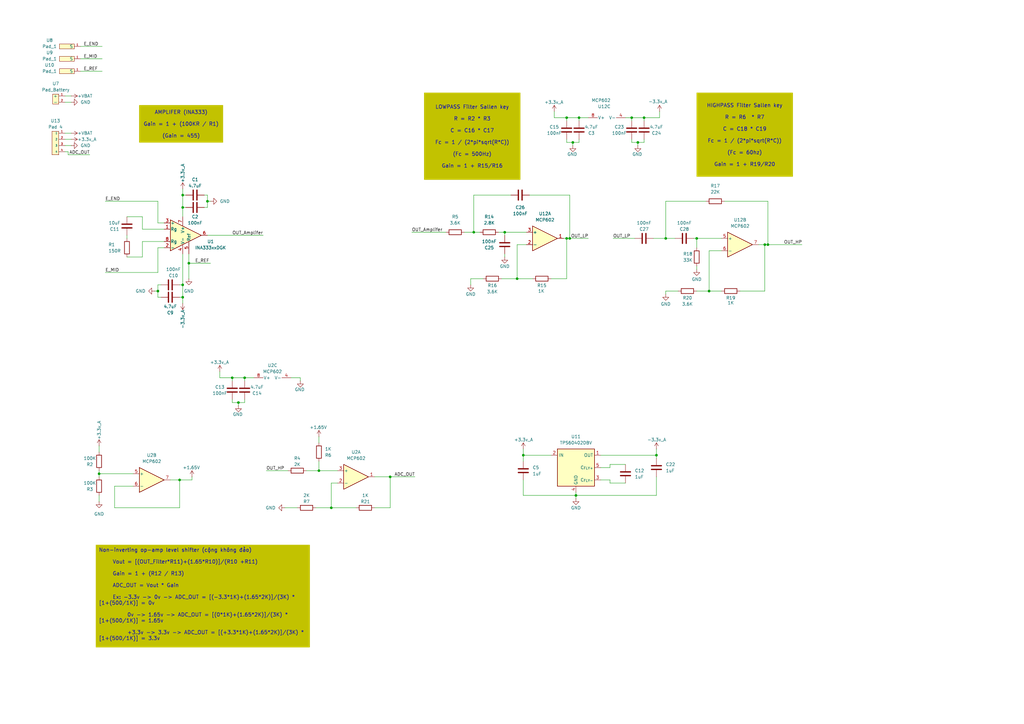
<source format=kicad_sch>
(kicad_sch (version 20250114) (generator "eeschema") (generator_version "9.0")
  (paper "A3")
  (lib_symbols
    (symbol "Amplifier_Instrumentation:INA333xxDGK" (pin_names (offset 0.127))
      (property "Reference" "U" (at 3.81 3.175 0))
      (property "Value" "INA333xxDGK" (at 3.81 -3.175 0))
      (symbol "INA333xxDGK_0_1"
        (polyline (pts (xy 7.62 0) (xy -5.08 6.35) (xy -5.08 -6.35) (xy 7.62 0)) (stroke (width 0.254)) (fill (type background)))
      )
      (symbol "INA333xxDGK_1_1"
        (pin input line (at -7.62 5.08 0) (length 2.54) (name "+") (number "3"))
        (pin passive line (at -7.62 2.54 0) (length 2.54) (name "Rg") (number "1"))
        (pin passive line (at -7.62 -2.54 0) (length 2.54) (name "Rg") (number "8"))
        (pin input line (at -7.62 -5.08 0) (length 2.54) (name "-") (number "2"))
        (pin power_in line (at 0 7.62 270) (length 3.81) (name "V+") (number "7"))
        (pin power_in line (at 0 -7.62 90) (length 3.81) (name "V-") (number "4"))
        (pin input line (at 2.54 -7.62 90) (length 5.08) (name "Ref") (number "5"))
        (pin output line (at 10.16 0 180) (length 2.54) (name "~") (number "6"))
      )
    )
    (symbol "Amplifier_Operational:MCP602" (pin_names (offset 0.127))
      (property "Reference" "U" (at 0 5.08 0))
      (property "Value" "MCP602" (at 0 -5.08 0))
      (symbol "MCP602_1_1"
        (polyline (pts (xy -5.08 5.08) (xy 5.08 0) (xy -5.08 -5.08) (xy -5.08 5.08)) (stroke (width 0.254)) (fill (type background)))
        (pin input line (at -7.62 2.54 0) (length 2.54) (name "+") (number "3"))
        (pin input line (at -7.62 -2.54 0) (length 2.54) (name "-") (number "2"))
        (pin output line (at 7.62 0 180) (length 2.54) (name "~") (number "1"))
      )
      (symbol "MCP602_2_1"
        (polyline (pts (xy -5.08 5.08) (xy 5.08 0) (xy -5.08 -5.08) (xy -5.08 5.08)) (stroke (width 0.254)) (fill (type background)))
        (pin input line (at -7.62 2.54 0) (length 2.54) (name "+") (number "5"))
        (pin input line (at -7.62 -2.54 0) (length 2.54) (name "-") (number "6"))
        (pin output line (at 7.62 0 180) (length 2.54) (name "~") (number "7"))
      )
      (symbol "MCP602_3_1"
        (pin power_in line (at -2.54 7.62 270) (length 3.81) (name "V+") (number "8"))
        (pin power_in line (at -2.54 -7.62 90) (length 3.81) (name "V-") (number "4"))
      )
    )
    (symbol "Device:C" (pin_numbers (hide yes)) (pin_names (offset 0.254))
      (property "Reference" "C" (at 0.635 2.54 0))
      (property "Value" "C" (at 0.635 -2.54 0))
      (symbol "C_0_1"
        (polyline (pts (xy -2.032 0.762) (xy 2.032 0.762)) (stroke (width 0.508)))
        (polyline (pts (xy -2.032 -0.762) (xy 2.032 -0.762)) (stroke (width 0.508)))
      )
      (symbol "C_1_1"
        (pin passive line (at 0 3.81 270) (length 2.794) (name "~") (number "1"))
        (pin passive line (at 0 -3.81 90) (length 2.794) (name "~") (number "2"))
      )
    )
    (symbol "Device:R" (pin_numbers (hide yes)) (pin_names (offset 0))
      (property "Reference" "R" (at 2.032 0 90))
      (property "Value" "R" (at 0 0 90))
      (symbol "R_0_1"
        (rectangle (start -1.016 -2.54) (end 1.016 2.54) (stroke (width 0.254)))
      )
      (symbol "R_1_1"
        (pin passive line (at 0 3.81 270) (length 1.27) (name "~") (number "1"))
        (pin passive line (at 0 -3.81 90) (length 1.27) (name "~") (number "2"))
      )
    )
    (symbol "Pad:Pad_1"
      (property "Reference" "U" (at 0 2.54 0))
      (property "Value" "Pad_1" (at 0.254 -2.286 0))
      (symbol "Pad_1_1_1"
        (rectangle (start -2.286 1.016) (end 3.81 -1.016) (fill (type background)))
        (pin output line (at 6.35 0 180) (length 2.54) (name "S") (number "1"))
      )
    )
    (symbol "Pad:Pad_4"
      (property "Reference" "U" (at 0 5.588 0))
      (property "Value" "Pad 4" (at 0 4.064 0))
      (symbol "Pad_4_1_1"
        (rectangle (start -2.794 3.302) (end 0 -6.35) (fill (type background)))
        (pin bidirectional line (at 2.54 2.54 180) (length 2.54) (name "1") (number "1"))
        (pin bidirectional line (at 2.54 0 180) (length 2.54) (name "2") (number "2"))
        (pin bidirectional line (at 2.54 -2.54 180) (length 2.54) (name "3") (number "3"))
        (pin bidirectional line (at 2.54 -5.08 180) (length 2.54) (name "4") (number "4"))
      )
    )
    (symbol "Pad:Pad_Battery"
      (property "Reference" "U" (at 0 3.556 0))
      (property "Value" "Pad_Battery" (at 0.254 -3.556 0))
      (symbol "Pad_Battery_1_1"
        (rectangle (start -1.27 2.032) (end 1.27 -2.032) (fill (type background)))
        (pin input line (at 3.81 1.27 180) (length 2.54) (name "+") (number "1"))
        (pin input line (at 3.81 -1.27 180) (length 2.54) (name "-") (number "2"))
      )
    )
    (symbol "Regulator_SwitchedCapacitor:TPS60402DBV"
      (property "Reference" "U" (at 6.35 8.89 0))
      (property "Value" "TPS60402DBV" (at 7.62 -8.89 0))
      (symbol "TPS60402DBV_1_1"
        (rectangle (start -7.62 7.62) (end 7.62 -7.62) (stroke (width 0.254)) (fill (type background)))
        (pin power_in line (at -10.16 5.08 0) (length 2.54) (name "IN") (number "2"))
        (pin power_in line (at 0 -10.16 90) (length 2.54) (name "GND") (number "4"))
        (pin power_out line (at 10.16 5.08 180) (length 2.54) (name "OUT") (number "1"))
        (pin passive line (at 10.16 0 180) (length 2.54) (name "C_{FLY+}") (number "5"))
        (pin passive line (at 10.16 -5.08 180) (length 2.54) (name "C_{FLY-}") (number "3"))
      )
    )
    (symbol "power:+3V3" (power) (pin_numbers (hide yes)) (pin_names (offset 0) (hide yes))
      (property "Value" "+3V3" (at 0 3.556 0))
      (symbol "+3V3_0_1"
        (polyline (pts (xy -0.762 1.27) (xy 0 2.54)))
        (polyline (pts (xy 0 2.54) (xy 0.762 1.27)))
        (polyline (pts (xy 0 0) (xy 0 2.54)))
      )
      (symbol "+3V3_1_1"
        (pin power_in line (at 0 0 90) (length 0) (name "~") (number "1"))
      )
    )
    (symbol "power:GND" (power) (pin_numbers (hide yes)) (pin_names (offset 0) (hide yes))
      (property "Value" "GND" (at 0 -3.81 0))
      (symbol "GND_0_1"
        (polyline (pts (xy 0 0) (xy 0 -1.27) (xy 1.27 -1.27) (xy 0 -2.54) (xy -1.27 -1.27) (xy 0 -1.27)))
      )
      (symbol "GND_1_1"
        (pin power_in line (at 0 0 270) (length 0) (name "~") (number "1"))
      )
    )
    (symbol "power:VAA" (power) (pin_numbers (hide yes)) (pin_names (offset 0) (hide yes))
      (property "Value" "VAA" (at 0 3.556 0))
      (symbol "VAA_0_1"
        (polyline (pts (xy -0.762 1.27) (xy 0 2.54)))
        (polyline (pts (xy 0 2.54) (xy 0.762 1.27)))
        (polyline (pts (xy 0 0) (xy 0 2.54)))
      )
      (symbol "VAA_1_1"
        (pin power_in line (at 0 0 90) (length 0) (name "~") (number "1"))
      )
    )
    (symbol "power:VBUS" (power) (pin_numbers (hide yes)) (pin_names (offset 0) (hide yes))
      (property "Value" "VBUS" (at 0 3.556 0))
      (symbol "VBUS_0_1"
        (polyline (pts (xy -0.762 1.27) (xy 0 2.54)))
        (polyline (pts (xy 0 2.54) (xy 0.762 1.27)))
        (polyline (pts (xy 0 0) (xy 0 2.54)))
      )
      (symbol "VBUS_1_1"
        (pin power_in line (at 0 0 90) (length 0) (name "~") (number "1"))
      )
    )
  )
  (text_box "Non-inverting op-amp level shifter (cộng không đảo)\n\n	Vout = [(OUT_Filter*R11)+(1.65*R10)]/(R10 +R11) \n\n	Gain = 1 + (R12 / R13)\n\n	ADC_OUT = Vout * Gain \n\n	Ex: -3.3v -> 0v -> ADC_OUT = [(-3.3*1K)+(1.65*2K)]/(3K) * [1+(500/1K)] = 0v	\n		   \n		0v -> 1.65v -> ADC_OUT = [(0*1K)+(1.65*2K)]/(3K) * [1+(500/1K)] = 1.65v\n		\n		+3.3v -> 3.3v -> ADC_OUT = [(+3.3*1K)+(1.65*2K)]/(3K) * [1+(500/1K)] = 3.3v" (at 39.37 223.52 0) (size 87.63 41.91) (margins 1.125 1.125 1.125 1.125) (stroke (width 0) (color 194 194 0 1)) (fill (type color) (color 194 194 0 1)) (effects (font (size 1.5 1.5) (thickness 0.1875)) (justify left top)))
  (text_box "LOWPASS Filter Sallen key \n\nR = R2 * R3 \n\nC = C16 * C17 \n\nFc = 1 / (2*pi*sqrt(R*C))\n\n(Fc = 500Hz)\n\nGain = 1 + R15/R16\n" (at 173.99 38.1 0) (size 39.37 35.56) (margins 1.125 1.125 1.125 1.125) (stroke (width 0) (color 194 194 0 1)) (fill (type color) (color 194 194 0 1)) (effects (font (size 1.5 1.5) (thickness 0.1875))))
  (text_box "AMPLIFER (INA333)\n\nGain = 1 + (100KR / R1)\n\n(Gain = 455)" (at 57.15 43.18 0) (size 34.29 15.24) (margins 1.125 1.125 1.125 1.125) (stroke (width 0) (color 194 194 0 1)) (fill (type color) (color 194 194 0 1)) (effects (font (size 1.5 1.5) (thickness 0.1875))))
  (text_box "HIGHPASS Filter Sallen key \n\nR = R6  * R7 \n\nC = C18 * C19  \n\nFc = 1 / (2*pi*sqrt(R*C))\n\n(Fc = 60hz)\n\nGain = 1 + R19/R20" (at 285.75 38.1 0) (size 39.37 34.29) (margins 1.125 1.125 1.125 1.125) (stroke (width 0) (color 194 194 0 1)) (fill (type color) (color 194 194 0 1)) (effects (font (size 1.5 1.5) (thickness 0.1875))))
  (junction (at 234.95 58.42))
  (junction (at 214.63 186.69))
  (junction (at 232.41 48.26))
  (junction (at 85.09 82.55))
  (junction (at 313.69 100.33))
  (junction (at 100.33 154.94))
  (junction (at 135.89 208.28))
  (junction (at 264.16 48.26))
  (junction (at 314.96 100.33))
  (junction (at 273.05 97.79))
  (junction (at 261.62 58.42))
  (junction (at 74.93 80.01))
  (junction (at 74.93 116.84))
  (junction (at 259.08 48.26))
  (junction (at 95.25 154.94))
  (junction (at 64.77 119.38))
  (junction (at 237.49 48.26))
  (junction (at 236.22 203.2))
  (junction (at 97.79 165.1))
  (junction (at 74.93 121.92))
  (junction (at 232.41 97.79))
  (junction (at 285.75 97.79))
  (junction (at 77.47 107.95))
  (junction (at 290.83 119.38))
  (junction (at 73.66 196.85))
  (junction (at 207.01 95.25))
  (junction (at 212.09 114.3))
  (junction (at 74.93 85.09))
  (junction (at 160.02 195.58))
  (junction (at 233.68 97.79))
  (junction (at 130.81 193.04))
  (junction (at 194.31 95.25))
  (junction (at 40.64 194.31))
  (junction (at 269.24 186.69))
  (wire (pts (xy 273.05 120.65) (xy 273.05 119.38)))
  (wire (pts (xy 214.63 196.85) (xy 214.63 203.2)))
  (wire (pts (xy 227.33 48.26) (xy 227.33 45.72)))
  (wire (pts (xy 97.79 165.1) (xy 97.79 166.37)))
  (wire (pts (xy 74.93 85.09) (xy 74.93 88.9)))
  (wire (pts (xy 58.42 105.41) (xy 58.42 99.06)))
  (wire (pts (xy 90.17 154.94) (xy 95.25 154.94)))
  (wire (pts (xy 313.69 119.38) (xy 313.69 100.33)))
  (wire (pts (xy 90.17 154.94) (xy 90.17 152.4)))
  (wire (pts (xy 270.51 48.26) (xy 264.16 48.26)))
  (wire (pts (xy 26.67 41.91) (xy 29.21 41.91)))
  (wire (pts (xy 273.05 119.38) (xy 278.13 119.38)))
  (wire (pts (xy 237.49 58.42) (xy 234.95 58.42)))
  (wire (pts (xy 232.41 48.26) (xy 237.49 48.26)))
  (wire (pts (xy 64.77 91.44) (xy 67.31 91.44)))
  (wire (pts (xy 160.02 195.58) (xy 170.18 195.58)))
  (wire (pts (xy 64.77 101.6) (xy 64.77 111.76)))
  (wire (pts (xy 285.75 97.79) (xy 295.91 97.79)))
  (wire (pts (xy 26.67 57.15) (xy 29.21 57.15)))
  (wire (pts (xy 125.73 193.04) (xy 130.81 193.04)))
  (wire (pts (xy 33.02 24.13) (xy 41.91 24.13)))
  (wire (pts (xy 232.41 57.15) (xy 232.41 58.42)))
  (wire (pts (xy 236.22 203.2) (xy 269.24 203.2)))
  (wire (pts (xy 78.74 195.58) (xy 78.74 196.85)))
  (wire (pts (xy 233.68 97.79) (xy 232.41 97.79)))
  (wire (pts (xy 64.77 119.38) (xy 63.5 119.38)))
  (wire (pts (xy 214.63 184.15) (xy 214.63 186.69)))
  (wire (pts (xy 100.33 154.94) (xy 104.14 154.94)))
  (wire (pts (xy 85.09 80.01) (xy 85.09 82.55)))
  (wire (pts (xy 237.49 48.26) (xy 237.49 49.53)))
  (wire (pts (xy 273.05 97.79) (xy 276.86 97.79)))
  (wire (pts (xy 194.31 95.25) (xy 196.85 95.25)))
  (wire (pts (xy 27.94 62.23) (xy 27.94 63.5)))
  (wire (pts (xy 190.5 95.25) (xy 194.31 95.25)))
  (wire (pts (xy 130.81 193.04) (xy 130.81 189.23)))
  (wire (pts (xy 100.33 154.94) (xy 100.33 156.21)))
  (wire (pts (xy 250.19 191.77) (xy 250.19 190.5)))
  (wire (pts (xy 250.19 196.85) (xy 250.19 198.12)))
  (wire (pts (xy 74.93 116.84) (xy 73.66 116.84)))
  (wire (pts (xy 212.09 114.3) (xy 218.44 114.3)))
  (wire (pts (xy 64.77 101.6) (xy 67.31 101.6)))
  (wire (pts (xy 269.24 195.58) (xy 269.24 203.2)))
  (wire (pts (xy 259.08 48.26) (xy 259.08 49.53)))
  (wire (pts (xy 74.93 77.47) (xy 74.93 80.01)))
  (wire (pts (xy 269.24 187.96) (xy 269.24 186.69)))
  (wire (pts (xy 160.02 195.58) (xy 160.02 208.28)))
  (wire (pts (xy 250.19 198.12) (xy 256.54 198.12)))
  (wire (pts (xy 74.93 104.14) (xy 74.93 116.84)))
  (wire (pts (xy 146.05 208.28) (xy 135.89 208.28)))
  (wire (pts (xy 67.31 93.98) (xy 58.42 93.98)))
  (wire (pts (xy 207.01 95.25) (xy 215.9 95.25)))
  (wire (pts (xy 135.89 198.12) (xy 138.43 198.12)))
  (wire (pts (xy 232.41 97.79) (xy 232.41 114.3)))
  (wire (pts (xy 226.06 114.3) (xy 232.41 114.3)))
  (wire (pts (xy 74.93 85.09) (xy 76.2 85.09)))
  (wire (pts (xy 64.77 121.92) (xy 64.77 119.38)))
  (wire (pts (xy 66.04 116.84) (xy 64.77 116.84)))
  (wire (pts (xy 74.93 80.01) (xy 74.93 85.09)))
  (wire (pts (xy 46.99 208.28) (xy 73.66 208.28)))
  (wire (pts (xy 207.01 104.14) (xy 207.01 105.41)))
  (wire (pts (xy 100.33 163.83) (xy 100.33 165.1)))
  (wire (pts (xy 214.63 186.69) (xy 214.63 189.23)))
  (wire (pts (xy 313.69 100.33) (xy 314.96 100.33)))
  (wire (pts (xy 264.16 58.42) (xy 261.62 58.42)))
  (wire (pts (xy 290.83 119.38) (xy 295.91 119.38)))
  (wire (pts (xy 259.08 57.15) (xy 259.08 58.42)))
  (wire (pts (xy 40.64 182.88) (xy 40.64 185.42)))
  (wire (pts (xy 109.22 193.04) (xy 118.11 193.04)))
  (wire (pts (xy 52.07 96.52) (xy 52.07 97.79)))
  (wire (pts (xy 73.66 196.85) (xy 78.74 196.85)))
  (wire (pts (xy 52.07 105.41) (xy 58.42 105.41)))
  (wire (pts (xy 95.25 165.1) (xy 97.79 165.1)))
  (wire (pts (xy 209.55 80.01) (xy 194.31 80.01)))
  (wire (pts (xy 119.38 154.94) (xy 123.19 154.94)))
  (wire (pts (xy 130.81 179.07) (xy 130.81 181.61)))
  (wire (pts (xy 73.66 196.85) (xy 69.85 196.85)))
  (wire (pts (xy 232.41 58.42) (xy 234.95 58.42)))
  (wire (pts (xy 100.33 165.1) (xy 97.79 165.1)))
  (wire (pts (xy 290.83 102.87) (xy 290.83 119.38)))
  (wire (pts (xy 40.64 193.04) (xy 40.64 194.31)))
  (wire (pts (xy 259.08 58.42) (xy 261.62 58.42)))
  (wire (pts (xy 33.02 19.05) (xy 41.91 19.05)))
  (wire (pts (xy 74.93 121.92) (xy 73.66 121.92)))
  (wire (pts (xy 193.04 116.84) (xy 193.04 114.3)))
  (wire (pts (xy 83.82 85.09) (xy 85.09 85.09)))
  (wire (pts (xy 285.75 109.22) (xy 285.75 110.49)))
  (wire (pts (xy 303.53 119.38) (xy 313.69 119.38)))
  (wire (pts (xy 135.89 198.12) (xy 135.89 208.28)))
  (wire (pts (xy 267.97 97.79) (xy 273.05 97.79)))
  (wire (pts (xy 217.17 80.01) (xy 233.68 80.01)))
  (wire (pts (xy 85.09 96.52) (xy 107.95 96.52)))
  (wire (pts (xy 123.19 154.94) (xy 123.19 156.21)))
  (wire (pts (xy 214.63 203.2) (xy 236.22 203.2)))
  (wire (pts (xy 269.24 184.15) (xy 269.24 186.69)))
  (wire (pts (xy 237.49 57.15) (xy 237.49 58.42)))
  (wire (pts (xy 40.64 194.31) (xy 54.61 194.31)))
  (wire (pts (xy 26.67 39.37) (xy 29.21 39.37)))
  (wire (pts (xy 130.81 193.04) (xy 138.43 193.04)))
  (wire (pts (xy 246.38 196.85) (xy 250.19 196.85)))
  (wire (pts (xy 297.18 82.55) (xy 314.96 82.55)))
  (wire (pts (xy 289.56 82.55) (xy 273.05 82.55)))
  (wire (pts (xy 264.16 49.53) (xy 264.16 48.26)))
  (wire (pts (xy 27.94 63.5) (xy 36.83 63.5)))
  (wire (pts (xy 246.38 191.77) (xy 250.19 191.77)))
  (wire (pts (xy 77.47 107.95) (xy 77.47 114.3)))
  (wire (pts (xy 95.25 154.94) (xy 100.33 154.94)))
  (wire (pts (xy 64.77 116.84) (xy 64.77 119.38)))
  (wire (pts (xy 205.74 114.3) (xy 212.09 114.3)))
  (wire (pts (xy 85.09 85.09) (xy 85.09 82.55)))
  (wire (pts (xy 227.33 48.26) (xy 232.41 48.26)))
  (wire (pts (xy 73.66 196.85) (xy 73.66 208.28)))
  (wire (pts (xy 40.64 194.31) (xy 40.64 195.58)))
  (wire (pts (xy 246.38 186.69) (xy 269.24 186.69)))
  (wire (pts (xy 58.42 99.06) (xy 67.31 99.06)))
  (wire (pts (xy 212.09 100.33) (xy 212.09 114.3)))
  (wire (pts (xy 58.42 88.9) (xy 52.07 88.9)))
  (wire (pts (xy 74.93 121.92) (xy 74.93 124.46)))
  (wire (pts (xy 256.54 48.26) (xy 259.08 48.26)))
  (wire (pts (xy 234.95 58.42) (xy 234.95 59.69)))
  (wire (pts (xy 264.16 57.15) (xy 264.16 58.42)))
  (wire (pts (xy 33.02 29.21) (xy 41.91 29.21)))
  (wire (pts (xy 77.47 107.95) (xy 86.36 107.95)))
  (wire (pts (xy 26.67 62.23) (xy 27.94 62.23)))
  (wire (pts (xy 314.96 100.33) (xy 328.93 100.33)))
  (wire (pts (xy 285.75 97.79) (xy 285.75 101.6)))
  (wire (pts (xy 250.19 190.5) (xy 256.54 190.5)))
  (wire (pts (xy 77.47 104.14) (xy 77.47 107.95)))
  (wire (pts (xy 135.89 208.28) (xy 129.54 208.28)))
  (wire (pts (xy 284.48 97.79) (xy 285.75 97.79)))
  (wire (pts (xy 314.96 82.55) (xy 314.96 100.33)))
  (wire (pts (xy 204.47 95.25) (xy 207.01 95.25)))
  (wire (pts (xy 43.18 82.55) (xy 64.77 82.55)))
  (wire (pts (xy 26.67 54.61) (xy 29.21 54.61)))
  (wire (pts (xy 168.91 95.25) (xy 182.88 95.25)))
  (wire (pts (xy 83.82 80.01) (xy 85.09 80.01)))
  (wire (pts (xy 233.68 97.79) (xy 241.3 97.79)))
  (wire (pts (xy 66.04 121.92) (xy 64.77 121.92)))
  (wire (pts (xy 236.22 201.93) (xy 236.22 203.2)))
  (wire (pts (xy 232.41 97.79) (xy 231.14 97.79)))
  (wire (pts (xy 40.64 203.2) (xy 40.64 205.74)))
  (wire (pts (xy 270.51 45.72) (xy 270.51 48.26)))
  (wire (pts (xy 95.25 154.94) (xy 95.25 156.21)))
  (wire (pts (xy 207.01 95.25) (xy 207.01 96.52)))
  (wire (pts (xy 153.67 208.28) (xy 160.02 208.28)))
  (wire (pts (xy 215.9 100.33) (xy 212.09 100.33)))
  (wire (pts (xy 214.63 186.69) (xy 226.06 186.69)))
  (wire (pts (xy 54.61 199.39) (xy 46.99 199.39)))
  (wire (pts (xy 153.67 195.58) (xy 160.02 195.58)))
  (wire (pts (xy 194.31 80.01) (xy 194.31 95.25)))
  (wire (pts (xy 26.67 59.69) (xy 29.21 59.69)))
  (wire (pts (xy 74.93 121.92) (xy 74.93 116.84)))
  (wire (pts (xy 46.99 199.39) (xy 46.99 208.28)))
  (wire (pts (xy 74.93 80.01) (xy 76.2 80.01)))
  (wire (pts (xy 232.41 48.26) (xy 232.41 49.53)))
  (wire (pts (xy 273.05 82.55) (xy 273.05 97.79)))
  (wire (pts (xy 58.42 93.98) (xy 58.42 88.9)))
  (wire (pts (xy 121.92 208.28) (xy 116.84 208.28)))
  (wire (pts (xy 43.18 111.76) (xy 64.77 111.76)))
  (wire (pts (xy 295.91 102.87) (xy 290.83 102.87)))
  (wire (pts (xy 236.22 203.2) (xy 236.22 204.47)))
  (wire (pts (xy 85.09 82.55) (xy 86.36 82.55)))
  (wire (pts (xy 237.49 48.26) (xy 241.3 48.26)))
  (wire (pts (xy 233.68 80.01) (xy 233.68 97.79)))
  (wire (pts (xy 285.75 119.38) (xy 290.83 119.38)))
  (wire (pts (xy 311.15 100.33) (xy 313.69 100.33)))
  (wire (pts (xy 193.04 114.3) (xy 198.12 114.3)))
  (wire (pts (xy 95.25 163.83) (xy 95.25 165.1)))
  (wire (pts (xy 251.46 97.79) (xy 260.35 97.79)))
  (wire (pts (xy 64.77 91.44) (xy 64.77 82.55)))
  (wire (pts (xy 264.16 48.26) (xy 259.08 48.26)))
  (wire (pts (xy 261.62 58.42) (xy 261.62 59.69)))
  (label "ADC_OUT" (at 170.18 195.58 180))
  (label "E_REF" (at 80.01 107.95 0))
  (label "OUT_HP" (at 109.22 193.04 0))
  (label "E_END" (at 34.29 19.05 0))
  (label "OUT_Amplifer" (at 168.91 95.25 0))
  (label "E_END" (at 43.18 82.55 0))
  (label "E_MID" (at 43.18 111.76 0))
  (label "OUT_HP" (at 328.93 100.33 180))
  (label "E_MID" (at 34.29 24.13 0))
  (label "OUT_LP" (at 251.46 97.79 0))
  (label "OUT_LP" (at 241.3 97.79 180))
  (label "E_REF" (at 34.29 29.21 0))
  (label "OUT_Amplifer" (at 95.25 96.52 0))
  (label "ADC_OUT" (at 36.83 63.5 180))
  (symbol (lib_id "Amplifier_Operational:MCP602") (at 303.53 100.33 0) (unit 2)
    (property "Reference" "U12" (at 303.53 90.17 0))
    (property "Value" "MCP602" (at 303.53 92.71 0))
    (property "Footprint" "Package_SO:SOIC-8_3.9x4.9mm_P1.27mm" (effects (hide yes)))
    (property "Datasheet" "http://ww1.microchip.com/downloads/en/DeviceDoc/21314g.pdf" (effects (hide yes)))
    (property "Description" "Dual 2.7V to 6.0V Single Supply CMOS Op Amps, DIP-8/SOIC-8/TSSOP-8" (effects (hide yes)))
  )
  (symbol (lib_id "power:VAA") (at 29.21 39.37 270) (unit 1)
    (property "Reference" "#PWR035" (effects (hide yes)))
    (property "Value" "+VBAT" (at 31.75 39.37 90) (effects (justify left)))
    (property "Description" "Power symbol creates a global label with name \"VAA\"" (effects (hide yes)))
  )
  (symbol (lib_id "power:+3V3") (at 40.64 182.88 0) (unit 1)
    (property "Reference" "#PWR013" (effects (hide yes)))
    (property "Value" "+3.3v_A" (at 40.64 180.34 90) (effects (justify left)))
    (property "Description" "Power symbol creates a global label with name \"+3V3\"" (effects (hide yes)))
  )
  (symbol (lib_id "Pad:Pad_1") (at 26.67 19.05 0) (unit 1)
    (property "Reference" "U8" (at 20.32 16.51 0))
    (property "Value" "Pad_1" (at 20.32 19.05 0))
    (property "Footprint" "Pad:Pad 1" (effects (hide yes)))
  )
  (symbol (lib_id "Regulator_SwitchedCapacitor:TPS60402DBV") (at 236.22 191.77 0) (unit 1)
    (property "Reference" "U11" (at 236.22 179.07 0))
    (property "Value" "TPS60402DBV" (at 236.22 181.61 0))
    (property "Footprint" "Package_TO_SOT_SMD:SOT-23-5" (effects (hide yes)))
    (property "Datasheet" "https://www.ti.com/lit/ds/symlink/tps60401.pdf" (effects (hide yes)))
    (property "Description" "Unregulated 60-mA Charge Pump Voltage Inverter with Fixed Switching Frequency 50 kHz, SOT-23-5" (effects (hide yes)))
  )
  (symbol (lib_id "Amplifier_Instrumentation:INA333xxDGK") (at 74.93 96.52 0) (unit 1)
    (property "Reference" "U1" (at 86.36 99.06 0))
    (property "Value" "INA333xxDGK" (at 86.36 101.6 0))
    (property "Footprint" "Package_SO:VSSOP-8_3x3mm_P0.65mm" (effects (hide yes)))
    (property "Datasheet" "https://www.ti.com/lit/ds/symlink/ina333.pdf" (effects (hide yes)))
    (property "Description" "Zero Drift, Micropower Instrumentation Amplifier G = 1 + 100kOhm/Rg, VSSOP-8" (effects (hide yes)))
  )
  (symbol (lib_id "power:+3V3") (at 29.21 57.15 270) (unit 1)
    (property "Reference" "#PWR038" (effects (hide yes)))
    (property "Value" "+3.3v_A" (at 31.75 57.15 90) (effects (justify left)))
    (property "Description" "Power symbol creates a global label with name \"+3V3\"" (effects (hide yes)))
  )
  (symbol (lib_id "Device:R") (at 281.94 119.38 270) (unit 1)
    (property "Reference" "R20" (at 281.94 122.174 90))
    (property "Value" "3.6K" (at 281.94 124.714 90))
    (property "Footprint" "Resistor_SMD:R_0402_1005Metric" (effects (hide yes)))
    (property "Description" "Resistor" (effects (hide yes)))
  )
  (symbol (lib_id "Amplifier_Operational:MCP602") (at 146.05 195.58 0) (unit 1)
    (property "Reference" "U2" (at 146.05 185.42 0))
    (property "Value" "MCP602" (at 146.05 187.96 0))
    (property "Footprint" "Package_SO:SOIC-8_3.9x4.9mm_P1.27mm" (effects (hide yes)))
    (property "Datasheet" "http://ww1.microchip.com/downloads/en/DeviceDoc/21314g.pdf" (effects (hide yes)))
    (property "Description" "Dual 2.7V to 6.0V Single Supply CMOS Op Amps, DIP-8/SOIC-8/TSSOP-8" (effects (hide yes)))
  )
  (symbol (lib_id "Device:C") (at 80.01 85.09 90) (unit 1)
    (property "Reference" "C2" (at 80.01 88.9 90))
    (property "Value" "100nF" (at 80.01 91.44 90))
    (property "Footprint" "Capacitor_SMD:C_0402_1005Metric" (effects (hide yes)))
    (property "Description" "Unpolarized capacitor" (effects (hide yes)))
  )
  (symbol (lib_id "Pad:Pad_1") (at 26.67 29.21 0) (unit 1)
    (property "Reference" "U10" (at 20.32 26.67 0))
    (property "Value" "Pad_1" (at 20.32 29.21 0))
    (property "Footprint" "Pad:Pad 1" (effects (hide yes)))
  )
  (symbol (lib_id "Device:C") (at 213.36 80.01 270) (unit 1)
    (property "Reference" "C26" (at 213.36 85.09 90))
    (property "Value" "100nF" (at 213.36 87.63 90))
    (property "Footprint" "Capacitor_SMD:C_0402_1005Metric" (effects (hide yes)))
    (property "Description" "Unpolarized capacitor" (effects (hide yes)))
  )
  (symbol (lib_id "power:GND") (at 29.21 41.91 90) (unit 1)
    (property "Reference" "#PWR034" (effects (hide yes)))
    (property "Value" "GND" (at 33.02 41.9099 90) (effects (justify right)))
    (property "Description" "Power symbol creates a global label with name \"GND\" , ground" (effects (hide yes)))
  )
  (symbol (lib_id "Device:R") (at 285.75 105.41 180) (unit 1)
    (property "Reference" "R18" (at 280.162 104.14 0) (effects (justify right)))
    (property "Value" "33K" (at 280.162 106.68 0) (effects (justify right)))
    (property "Footprint" "Resistor_SMD:R_0402_1005Metric" (effects (hide yes)))
    (property "Description" "Resistor" (effects (hide yes)))
  )
  (symbol (lib_id "Device:C") (at 207.01 100.33 180) (unit 1)
    (property "Reference" "C25" (at 200.66 101.6 0))
    (property "Value" "100nF" (at 200.66 99.06 0))
    (property "Footprint" "Capacitor_SMD:C_0402_1005Metric" (effects (hide yes)))
    (property "Description" "Unpolarized capacitor" (effects (hide yes)))
  )
  (symbol (lib_id "Device:C") (at 214.63 193.04 0) (unit 1)
    (property "Reference" "C5" (at 218.44 191.7699 0) (effects (justify left)))
    (property "Value" "1uF" (at 218.44 194.3099 0) (effects (justify left)))
    (property "Footprint" "Capacitor_SMD:C_0402_1005Metric" (effects (hide yes)))
    (property "Description" "Unpolarized capacitor" (effects (hide yes)))
  )
  (symbol (lib_id "Device:R") (at 130.81 185.42 180) (unit 1)
    (property "Reference" "R6" (at 134.62 186.69 0))
    (property "Value" "1K" (at 134.62 184.15 0))
    (property "Footprint" "Resistor_SMD:R_0402_1005Metric" (effects (hide yes)))
    (property "Description" "Resistor" (effects (hide yes)))
  )
  (symbol (lib_id "Device:C") (at 232.41 53.34 0) (unit 1)
    (property "Reference" "C15" (at 227.33 52.07 0))
    (property "Value" "100nF" (at 227.33 54.61 0))
    (property "Footprint" "Capacitor_SMD:C_0402_1005Metric" (effects (hide yes)))
    (property "Description" "Unpolarized capacitor" (effects (hide yes)))
  )
  (symbol (lib_id "power:+3V3") (at 227.33 45.72 0) (unit 1)
    (property "Reference" "#PWR02" (effects (hide yes)))
    (property "Value" "+3.3v_A" (at 223.266 41.91 0) (effects (justify left)))
    (property "Description" "Power symbol creates a global label with name \"+3V3\"" (effects (hide yes)))
  )
  (symbol (lib_id "Device:R") (at 222.25 114.3 270) (unit 1)
    (property "Reference" "R15" (at 222.25 117.094 90))
    (property "Value" "1K" (at 221.996 119.38 90))
    (property "Footprint" "Resistor_SMD:R_0402_1005Metric" (effects (hide yes)))
    (property "Description" "Resistor" (effects (hide yes)))
  )
  (symbol (lib_id "power:GND") (at 207.01 105.41 0) (unit 1)
    (property "Reference" "#PWR040" (effects (hide yes)))
    (property "Value" "GND" (at 207.01 109.22 0))
    (property "Description" "Power symbol creates a global label with name \"GND\" , ground" (effects (hide yes)))
  )
  (symbol (lib_id "Device:R") (at 201.93 114.3 270) (unit 1)
    (property "Reference" "R16" (at 201.93 117.094 90))
    (property "Value" "3.6K" (at 201.93 119.634 90))
    (property "Footprint" "Resistor_SMD:R_0402_1005Metric" (effects (hide yes)))
    (property "Description" "Resistor" (effects (hide yes)))
  )
  (symbol (lib_id "Device:C") (at 69.85 116.84 270) (unit 1)
    (property "Reference" "C10" (at 71.12 113.03 90))
    (property "Value" "100nF" (at 71.12 110.49 90))
    (property "Footprint" "Capacitor_SMD:C_0402_1005Metric" (effects (hide yes)))
    (property "Description" "Unpolarized capacitor" (effects (hide yes)))
  )
  (symbol (lib_id "power:GND") (at 86.36 82.55 90) (unit 1)
    (property "Reference" "#PWR06" (effects (hide yes)))
    (property "Value" "GND" (at 90.17 82.5499 90) (effects (justify right)))
    (property "Description" "Power symbol creates a global label with name \"GND\" , ground" (effects (hide yes)))
  )
  (symbol (lib_id "power:GND") (at 29.21 59.69 90) (unit 1)
    (property "Reference" "#PWR039" (effects (hide yes)))
    (property "Value" "GND" (at 33.02 59.6899 90) (effects (justify right)))
    (property "Description" "Power symbol creates a global label with name \"GND\" , ground" (effects (hide yes)))
  )
  (symbol (lib_id "Pad:Pad_4") (at 24.13 57.15 0) (unit 1)
    (property "Reference" "U13" (at 22.733 49.53 0))
    (property "Value" "Pad 4" (at 22.733 52.07 0))
    (property "Footprint" "Pad:Pad 4" (effects (hide yes)))
  )
  (symbol (lib_id "Device:C") (at 237.49 53.34 0) (unit 1)
    (property "Reference" "C3" (at 242.57 54.61 0))
    (property "Value" "4.7uF" (at 242.57 52.07 0))
    (property "Footprint" "Capacitor_SMD:C_0402_1005Metric" (effects (hide yes)))
    (property "Description" "Unpolarized capacitor" (effects (hide yes)))
  )
  (symbol (lib_id "power:GND") (at 97.79 166.37 0) (unit 1)
    (property "Reference" "#PWR011" (effects (hide yes)))
    (property "Value" "GND" (at 99.568 169.926 0) (effects (justify right)))
    (property "Description" "Power symbol creates a global label with name \"GND\" , ground" (effects (hide yes)))
  )
  (symbol (lib_id "power:+3V3") (at 270.51 45.72 0) (unit 1)
    (property "Reference" "#PWR033" (effects (hide yes)))
    (property "Value" "-3.3v_A" (at 265.938 41.656 0) (effects (justify left)))
    (property "Description" "Power symbol creates a global label with name \"+3V3\"" (effects (hide yes)))
  )
  (symbol (lib_id "Amplifier_Operational:MCP602") (at 111.76 152.4 90) (unit 3)
    (property "Reference" "U2" (at 111.76 149.86 90))
    (property "Value" "MCP602" (at 111.76 152.4 90))
    (property "Footprint" "Package_SO:SOIC-8_3.9x4.9mm_P1.27mm" (effects (hide yes)))
    (property "Datasheet" "http://ww1.microchip.com/downloads/en/DeviceDoc/21314g.pdf" (effects (hide yes)))
    (property "Description" "Dual 2.7V to 6.0V Single Supply CMOS Op Amps, DIP-8/SOIC-8/TSSOP-8" (effects (hide yes)))
  )
  (symbol (lib_id "Device:R") (at 121.92 193.04 90) (unit 1)
    (property "Reference" "R4" (at 121.92 187.96 90))
    (property "Value" "2K" (at 121.92 190.5 90))
    (property "Footprint" "Resistor_SMD:R_0402_1005Metric" (effects (hide yes)))
    (property "Description" "Resistor" (effects (hide yes)))
  )
  (symbol (lib_id "Amplifier_Operational:MCP602") (at 223.52 97.79 0) (unit 1)
    (property "Reference" "U12" (at 223.52 87.63 0))
    (property "Value" "MCP602" (at 223.52 90.17 0))
    (property "Footprint" "Package_SO:SOIC-8_3.9x4.9mm_P1.27mm" (effects (hide yes)))
    (property "Datasheet" "http://ww1.microchip.com/downloads/en/DeviceDoc/21314g.pdf" (effects (hide yes)))
    (property "Description" "Dual 2.7V to 6.0V Single Supply CMOS Op Amps, DIP-8/SOIC-8/TSSOP-8" (effects (hide yes)))
  )
  (symbol (lib_id "power:GND") (at 63.5 119.38 270) (unit 1)
    (property "Reference" "#PWR08" (effects (hide yes)))
    (property "Value" "GND" (at 59.69 119.3801 90) (effects (justify right)))
    (property "Description" "Power symbol creates a global label with name \"GND\" , ground" (effects (hide yes)))
  )
  (symbol (lib_id "Device:R") (at 186.69 95.25 90) (unit 1)
    (property "Reference" "R5" (at 186.69 88.9 90))
    (property "Value" "3.6K" (at 186.69 91.44 90))
    (property "Footprint" "Resistor_SMD:R_0402_1005Metric" (effects (hide yes)))
    (property "Description" "Resistor" (effects (hide yes)))
  )
  (symbol (lib_id "power:GND") (at 193.04 116.84 0) (unit 1)
    (property "Reference" "#PWR041" (effects (hide yes)))
    (property "Value" "GND" (at 193.04 120.65 0))
    (property "Description" "Power symbol creates a global label with name \"GND\" , ground" (effects (hide yes)))
  )
  (symbol (lib_id "Device:C") (at 69.85 121.92 270) (unit 1)
    (property "Reference" "C9" (at 69.85 128.27 90))
    (property "Value" "4.7uF" (at 69.85 125.73 90))
    (property "Footprint" "Capacitor_SMD:C_0402_1005Metric" (effects (hide yes)))
    (property "Description" "Unpolarized capacitor" (effects (hide yes)))
  )
  (symbol (lib_id "Device:R") (at 52.07 101.6 0) (unit 1)
    (property "Reference" "R1" (at 44.45 100.33 0) (effects (justify left)))
    (property "Value" "150R" (at 44.45 102.87 0) (effects (justify left)))
    (property "Footprint" "Resistor_SMD:R_0402_1005Metric" (effects (hide yes)))
    (property "Description" "Resistor" (effects (hide yes)))
  )
  (symbol (lib_id "power:+3V3") (at 78.74 195.58 0) (unit 1)
    (property "Reference" "#PWR015" (effects (hide yes)))
    (property "Value" "+1.65V" (at 74.93 191.77 0) (effects (justify left)))
    (property "Description" "Power symbol creates a global label with name \"+3V3\"" (effects (hide yes)))
  )
  (symbol (lib_id "power:+3V3") (at 74.93 77.47 0) (unit 1)
    (property "Reference" "#PWR05" (effects (hide yes)))
    (property "Value" "+3.3v_A" (at 74.93 74.93 90) (effects (justify left)))
    (property "Description" "Power symbol creates a global label with name \"+3V3\"" (effects (hide yes)))
  )
  (symbol (lib_id "Device:R") (at 299.72 119.38 270) (unit 1)
    (property "Reference" "R19" (at 299.72 122.174 90))
    (property "Value" "1K" (at 299.72 124.206 90))
    (property "Footprint" "Resistor_SMD:R_0402_1005Metric" (effects (hide yes)))
    (property "Description" "Resistor" (effects (hide yes)))
  )
  (symbol (lib_id "Device:C") (at 95.25 160.02 0) (unit 1)
    (property "Reference" "C13" (at 90.17 158.75 0))
    (property "Value" "100nF" (at 90.17 161.29 0))
    (property "Footprint" "Capacitor_SMD:C_0402_1005Metric" (effects (hide yes)))
    (property "Description" "Unpolarized capacitor" (effects (hide yes)))
  )
  (symbol (lib_id "power:GND") (at 116.84 208.28 270) (unit 1)
    (property "Reference" "#PWR017" (effects (hide yes)))
    (property "Value" "GND" (at 113.03 208.2801 90) (effects (justify right)))
    (property "Description" "Power symbol creates a global label with name \"GND\" , ground" (effects (hide yes)))
  )
  (symbol (lib_id "Device:C") (at 52.07 92.71 180) (unit 1)
    (property "Reference" "C11" (at 46.99 93.98 0))
    (property "Value" "10uF" (at 46.99 91.44 0))
    (property "Footprint" "Capacitor_SMD:C_0603_1608Metric" (effects (hide yes)))
    (property "Description" "Unpolarized capacitor" (effects (hide yes)))
  )
  (symbol (lib_id "power:GND") (at 40.64 205.74 0) (unit 1)
    (property "Reference" "#PWR014" (effects (hide yes)))
    (property "Value" "GND" (at 40.64 210.82 0))
    (property "Description" "Power symbol creates a global label with name \"GND\" , ground" (effects (hide yes)))
  )
  (symbol (lib_id "power:GND") (at 234.95 59.69 0) (unit 1)
    (property "Reference" "#PWR03" (effects (hide yes)))
    (property "Value" "GND" (at 236.728 63.246 0) (effects (justify right)))
    (property "Description" "Power symbol creates a global label with name \"GND\" , ground" (effects (hide yes)))
  )
  (symbol (lib_id "Device:R") (at 125.73 208.28 270) (unit 1)
    (property "Reference" "R7" (at 125.73 205.74 90))
    (property "Value" "2K" (at 125.73 203.2 90))
    (property "Footprint" "Resistor_SMD:R_0402_1005Metric" (effects (hide yes)))
    (property "Description" "Resistor" (effects (hide yes)))
  )
  (symbol (lib_id "power:+3V3") (at 130.81 179.07 0) (unit 1)
    (property "Reference" "#PWR016" (effects (hide yes)))
    (property "Value" "+1.65V" (at 127 175.26 0) (effects (justify left)))
    (property "Description" "Power symbol creates a global label with name \"+3V3\"" (effects (hide yes)))
  )
  (symbol (lib_id "Device:R") (at 200.66 95.25 90) (unit 1)
    (property "Reference" "R14" (at 200.66 88.9 90))
    (property "Value" "2.8K" (at 200.66 91.44 90))
    (property "Footprint" "Resistor_SMD:R_0402_1005Metric" (effects (hide yes)))
    (property "Description" "Resistor" (effects (hide yes)))
  )
  (symbol (lib_id "power:GND") (at 261.62 59.69 0) (unit 1)
    (property "Reference" "#PWR04" (effects (hide yes)))
    (property "Value" "GND" (at 263.398 63.246 0) (effects (justify right)))
    (property "Description" "Power symbol creates a global label with name \"GND\" , ground" (effects (hide yes)))
  )
  (symbol (lib_id "Amplifier_Operational:MCP602") (at 248.92 45.72 90) (unit 3)
    (property "Reference" "U12" (at 250.444 43.688 90) (effects (justify left)))
    (property "Value" "MCP602" (at 250.444 41.148 90) (effects (justify left)))
    (property "Footprint" "Package_SO:SOIC-8_3.9x4.9mm_P1.27mm" (effects (hide yes)))
    (property "Datasheet" "http://ww1.microchip.com/downloads/en/DeviceDoc/21314g.pdf" (effects (hide yes)))
    (property "Description" "Dual 2.7V to 6.0V Single Supply CMOS Op Amps, DIP-8/SOIC-8/TSSOP-8" (effects (hide yes)))
  )
  (symbol (lib_id "Device:C") (at 280.67 97.79 270) (unit 1)
    (property "Reference" "C28" (at 280.67 93.98 90))
    (property "Value" "100nF" (at 280.67 91.44 90))
    (property "Footprint" "Capacitor_SMD:C_0402_1005Metric" (effects (hide yes)))
    (property "Description" "Unpolarized capacitor" (effects (hide yes)))
  )
  (symbol (lib_id "power:GND") (at 273.05 120.65 0) (unit 1)
    (property "Reference" "#PWR043" (effects (hide yes)))
    (property "Value" "GND" (at 273.05 124.714 0))
    (property "Description" "Power symbol creates a global label with name \"GND\" , ground" (effects (hide yes)))
  )
  (symbol (lib_id "Device:C") (at 259.08 53.34 0) (unit 1)
    (property "Reference" "C23" (at 254 52.07 0))
    (property "Value" "100nF" (at 254 54.61 0))
    (property "Footprint" "Capacitor_SMD:C_0402_1005Metric" (effects (hide yes)))
    (property "Description" "Unpolarized capacitor" (effects (hide yes)))
  )
  (symbol (lib_id "power:GND") (at 123.19 156.21 0) (unit 1)
    (property "Reference" "#PWR07" (effects (hide yes)))
    (property "Value" "GND" (at 124.968 159.766 0) (effects (justify right)))
    (property "Description" "Power symbol creates a global label with name \"GND\" , ground" (effects (hide yes)))
  )
  (symbol (lib_id "Device:R") (at 293.37 82.55 270) (unit 1)
    (property "Reference" "R17" (at 293.37 76.2 90))
    (property "Value" "22K" (at 293.37 78.74 90))
    (property "Footprint" "Resistor_SMD:R_0402_1005Metric" (effects (hide yes)))
    (property "Description" "Resistor" (effects (hide yes)))
  )
  (symbol (lib_id "power:VBUS") (at 269.24 184.15 0) (unit 1)
    (property "Reference" "#PWR032" (effects (hide yes)))
    (property "Value" "-3.3v_A" (at 265.43 180.34 0) (effects (justify left)))
    (property "Description" "Power symbol creates a global label with name \"VBUS\"" (effects (hide yes)))
  )
  (symbol (lib_id "power:GND") (at 236.22 204.47 0) (unit 1)
    (property "Reference" "#PWR031" (effects (hide yes)))
    (property "Value" "GND" (at 236.22 208.28 0))
    (property "Description" "Power symbol creates a global label with name \"GND\" , ground" (effects (hide yes)))
  )
  (symbol (lib_id "Device:C") (at 264.16 97.79 270) (unit 1)
    (property "Reference" "C27" (at 264.16 93.98 90))
    (property "Value" "100nF" (at 264.16 91.44 90))
    (property "Footprint" "Capacitor_SMD:C_0402_1005Metric" (effects (hide yes)))
    (property "Description" "Unpolarized capacitor" (effects (hide yes)))
  )
  (symbol (lib_id "Device:C") (at 269.24 191.77 0) (unit 1)
    (property "Reference" "C22" (at 273.05 190.4999 0) (effects (justify left)))
    (property "Value" "1uF" (at 273.05 193.0399 0) (effects (justify left)))
    (property "Footprint" "Capacitor_SMD:C_0402_1005Metric" (effects (hide yes)))
    (property "Description" "Unpolarized capacitor" (effects (hide yes)))
  )
  (symbol (lib_id "Device:C") (at 100.33 160.02 0) (unit 1)
    (property "Reference" "C14" (at 105.41 161.29 0))
    (property "Value" "4.7uF" (at 105.41 158.75 0))
    (property "Footprint" "Capacitor_SMD:C_0402_1005Metric" (effects (hide yes)))
    (property "Description" "Unpolarized capacitor" (effects (hide yes)))
  )
  (symbol (lib_id "Pad:Pad_Battery") (at 22.86 40.64 0) (unit 1)
    (property "Reference" "U7" (at 22.86 34.29 0))
    (property "Value" "Pad_Battery" (at 22.86 36.83 0))
    (property "Footprint" "Pad:Pad Battery" (effects (hide yes)))
  )
  (symbol (lib_id "power:+3V3") (at 74.93 124.46 180) (unit 1)
    (property "Reference" "#PWR012" (effects (hide yes)))
    (property "Value" "-3.3v_A" (at 74.93 127 90) (effects (justify left)))
    (property "Description" "Power symbol creates a global label with name \"+3V3\"" (effects (hide yes)))
  )
  (symbol (lib_id "Device:C") (at 264.16 53.34 0) (unit 1)
    (property "Reference" "C24" (at 269.24 54.61 0))
    (property "Value" "4.7uF" (at 269.24 52.07 0))
    (property "Footprint" "Capacitor_SMD:C_0402_1005Metric" (effects (hide yes)))
    (property "Description" "Unpolarized capacitor" (effects (hide yes)))
  )
  (symbol (lib_id "power:VBUS") (at 214.63 184.15 0) (unit 1)
    (property "Reference" "#PWR030" (effects (hide yes)))
    (property "Value" "+3.3v_A" (at 210.82 180.34 0) (effects (justify left)))
    (property "Description" "Power symbol creates a global label with name \"VBUS\"" (effects (hide yes)))
  )
  (symbol (lib_id "Device:R") (at 40.64 199.39 180) (unit 1)
    (property "Reference" "R3" (at 36.83 200.66 0))
    (property "Value" "100K" (at 36.83 198.12 0))
    (property "Footprint" "Resistor_SMD:R_0402_1005Metric" (effects (hide yes)))
    (property "Description" "Resistor" (effects (hide yes)))
  )
  (symbol (lib_id "power:GND") (at 77.47 114.3 0) (unit 1)
    (property "Reference" "#PWR09" (effects (hide yes)))
    (property "Value" "GND" (at 77.47 119.38 0))
    (property "Description" "Power symbol creates a global label with name \"GND\" , ground" (effects (hide yes)))
  )
  (symbol (lib_id "Device:R") (at 40.64 189.23 180) (unit 1)
    (property "Reference" "R2" (at 36.83 190.5 0))
    (property "Value" "100K" (at 36.83 187.96 0))
    (property "Footprint" "Resistor_SMD:R_0402_1005Metric" (effects (hide yes)))
    (property "Description" "Resistor" (effects (hide yes)))
  )
  (symbol (lib_id "Device:C") (at 256.54 194.31 0) (unit 1)
    (property "Reference" "C12" (at 260.35 193.0399 0) (effects (justify left)))
    (property "Value" "1uF" (at 260.35 195.5799 0) (effects (justify left)))
    (property "Footprint" "Capacitor_SMD:C_0402_1005Metric" (effects (hide yes)))
    (property "Description" "Unpolarized capacitor" (effects (hide yes)))
  )
  (symbol (lib_id "Pad:Pad_1") (at 26.67 24.13 0) (unit 1)
    (property "Reference" "U9" (at 20.32 21.59 0))
    (property "Value" "Pad_1" (at 20.32 24.13 0))
    (property "Footprint" "Pad:Pad 1" (effects (hide yes)))
  )
  (symbol (lib_id "power:VAA") (at 29.21 54.61 270) (unit 1)
    (property "Reference" "#PWR037" (effects (hide yes)))
    (property "Value" "+VBAT" (at 31.75 54.61 90) (effects (justify left)))
    (property "Description" "Power symbol creates a global label with name \"VAA\"" (effects (hide yes)))
  )
  (symbol (lib_id "power:GND") (at 285.75 110.49 0) (unit 1)
    (property "Reference" "#PWR042" (effects (hide yes)))
    (property "Value" "GND" (at 285.75 114.554 0))
    (property "Description" "Power symbol creates a global label with name \"GND\" , ground" (effects (hide yes)))
  )
  (symbol (lib_id "Amplifier_Operational:MCP602") (at 62.23 196.85 0) (unit 2)
    (property "Reference" "U2" (at 62.23 186.69 0))
    (property "Value" "MCP602" (at 62.23 189.23 0))
    (property "Footprint" "Package_SO:SOIC-8_3.9x4.9mm_P1.27mm" (effects (hide yes)))
    (property "Datasheet" "http://ww1.microchip.com/downloads/en/DeviceDoc/21314g.pdf" (effects (hide yes)))
    (property "Description" "Dual 2.7V to 6.0V Single Supply CMOS Op Amps, DIP-8/SOIC-8/TSSOP-8" (effects (hide yes)))
  )
  (symbol (lib_id "Device:C") (at 80.01 80.01 90) (unit 1)
    (property "Reference" "C1" (at 80.01 73.66 90))
    (property "Value" "4.7uF" (at 80.01 76.2 90))
    (property "Footprint" "Capacitor_SMD:C_0402_1005Metric" (effects (hide yes)))
    (property "Description" "Unpolarized capacitor" (effects (hide yes)))
  )
  (symbol (lib_id "power:+3V3") (at 90.17 152.4 0) (unit 1)
    (property "Reference" "#PWR010" (effects (hide yes)))
    (property "Value" "+3.3v_A" (at 86.106 148.59 0) (effects (justify left)))
    (property "Description" "Power symbol creates a global label with name \"+3V3\"" (effects (hide yes)))
  )
  (symbol (lib_id "Device:R") (at 149.86 208.28 270) (unit 1)
    (property "Reference" "R21" (at 149.86 205.74 90))
    (property "Value" "1K" (at 149.86 203.2 90))
    (property "Footprint" "Resistor_SMD:R_0402_1005Metric" (effects (hide yes)))
    (property "Description" "Resistor" (effects (hide yes)))
  )
)
</source>
